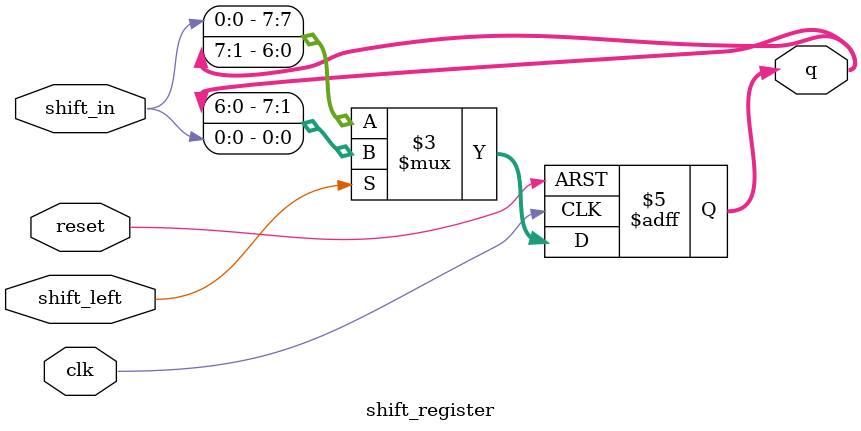
<source format=v>
module shift_register (
    input clk,          // Clock signal
    input reset,        // Reset signal
    input shift_in,     // Input data to be shifted in
    input shift_left,   // Control signal for left shift (1 for left shift, 0 for right shift)
    output reg [7:0] q  // 8-bit register output
);

    // Shift register logic
    always @(posedge clk or posedge reset) begin
        if (reset) begin
            q <= 8'b00000000;  // Reset the register to 0
        end else begin
            if (shift_left) begin
                q <= {q[6:0], shift_in};  // Left shift (shift in goes to LSB)
            end else begin
                q <= {shift_in, q[7:1]};  // Right shift (shift in goes to MSB)
            end
        end
    end

endmodule

</source>
